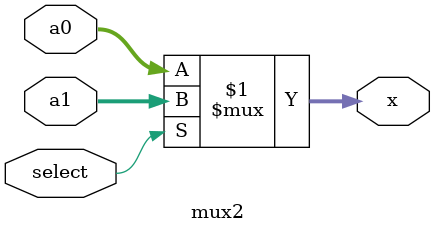
<source format=v>
`timescale 1ns/1ns
module mux2  ( x, select, a0, a1 );
input [31:0] a0 ;
input [31:0] a1 ;
input select ;
output [31:0] x ;


    assign x = select ? a1 : a0;

endmodule
</source>
